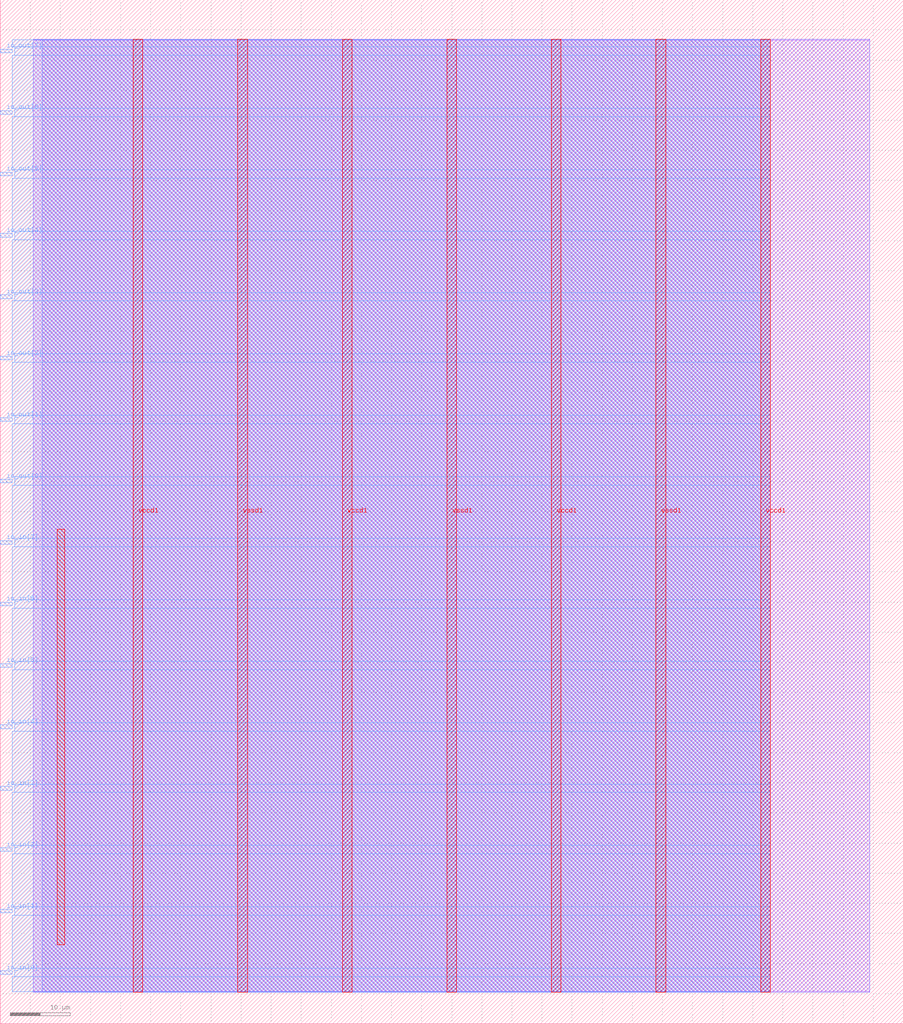
<source format=lef>
VERSION 5.7 ;
  NOWIREEXTENSIONATPIN ON ;
  DIVIDERCHAR "/" ;
  BUSBITCHARS "[]" ;
MACRO user_module_341609034095264340
  CLASS BLOCK ;
  FOREIGN user_module_341609034095264340 ;
  ORIGIN 0.000 0.000 ;
  SIZE 150.000 BY 170.000 ;
  PIN io_in[0]
    DIRECTION INPUT ;
    USE SIGNAL ;
    PORT
      LAYER met3 ;
        RECT 0.000 8.200 2.000 8.800 ;
    END
  END io_in[0]
  PIN io_in[1]
    DIRECTION INPUT ;
    USE SIGNAL ;
    PORT
      LAYER met3 ;
        RECT 0.000 18.400 2.000 19.000 ;
    END
  END io_in[1]
  PIN io_in[2]
    DIRECTION INPUT ;
    USE SIGNAL ;
    PORT
      LAYER met3 ;
        RECT 0.000 28.600 2.000 29.200 ;
    END
  END io_in[2]
  PIN io_in[3]
    DIRECTION INPUT ;
    USE SIGNAL ;
    PORT
      LAYER met3 ;
        RECT 0.000 38.800 2.000 39.400 ;
    END
  END io_in[3]
  PIN io_in[4]
    DIRECTION INPUT ;
    USE SIGNAL ;
    PORT
      LAYER met3 ;
        RECT 0.000 49.000 2.000 49.600 ;
    END
  END io_in[4]
  PIN io_in[5]
    DIRECTION INPUT ;
    USE SIGNAL ;
    PORT
      LAYER met3 ;
        RECT 0.000 59.200 2.000 59.800 ;
    END
  END io_in[5]
  PIN io_in[6]
    DIRECTION INPUT ;
    USE SIGNAL ;
    PORT
      LAYER met3 ;
        RECT 0.000 69.400 2.000 70.000 ;
    END
  END io_in[6]
  PIN io_in[7]
    DIRECTION INPUT ;
    USE SIGNAL ;
    PORT
      LAYER met3 ;
        RECT 0.000 79.600 2.000 80.200 ;
    END
  END io_in[7]
  PIN io_out[0]
    DIRECTION OUTPUT TRISTATE ;
    USE SIGNAL ;
    PORT
      LAYER met3 ;
        RECT 0.000 89.800 2.000 90.400 ;
    END
  END io_out[0]
  PIN io_out[1]
    DIRECTION OUTPUT TRISTATE ;
    USE SIGNAL ;
    PORT
      LAYER met3 ;
        RECT 0.000 100.000 2.000 100.600 ;
    END
  END io_out[1]
  PIN io_out[2]
    DIRECTION OUTPUT TRISTATE ;
    USE SIGNAL ;
    PORT
      LAYER met3 ;
        RECT 0.000 110.200 2.000 110.800 ;
    END
  END io_out[2]
  PIN io_out[3]
    DIRECTION OUTPUT TRISTATE ;
    USE SIGNAL ;
    PORT
      LAYER met3 ;
        RECT 0.000 120.400 2.000 121.000 ;
    END
  END io_out[3]
  PIN io_out[4]
    DIRECTION OUTPUT TRISTATE ;
    USE SIGNAL ;
    PORT
      LAYER met3 ;
        RECT 0.000 130.600 2.000 131.200 ;
    END
  END io_out[4]
  PIN io_out[5]
    DIRECTION OUTPUT TRISTATE ;
    USE SIGNAL ;
    PORT
      LAYER met3 ;
        RECT 0.000 140.800 2.000 141.400 ;
    END
  END io_out[5]
  PIN io_out[6]
    DIRECTION OUTPUT TRISTATE ;
    USE SIGNAL ;
    PORT
      LAYER met3 ;
        RECT 0.000 151.000 2.000 151.600 ;
    END
  END io_out[6]
  PIN io_out[7]
    DIRECTION OUTPUT TRISTATE ;
    USE SIGNAL ;
    PORT
      LAYER met3 ;
        RECT 0.000 161.200 2.000 161.800 ;
    END
  END io_out[7]
  PIN vccd1
    DIRECTION INOUT ;
    USE POWER ;
    PORT
      LAYER met4 ;
        RECT 22.090 5.200 23.690 163.440 ;
    END
    PORT
      LAYER met4 ;
        RECT 56.830 5.200 58.430 163.440 ;
    END
    PORT
      LAYER met4 ;
        RECT 91.570 5.200 93.170 163.440 ;
    END
    PORT
      LAYER met4 ;
        RECT 126.310 5.200 127.910 163.440 ;
    END
  END vccd1
  PIN vssd1
    DIRECTION INOUT ;
    USE GROUND ;
    PORT
      LAYER met4 ;
        RECT 39.460 5.200 41.060 163.440 ;
    END
    PORT
      LAYER met4 ;
        RECT 74.200 5.200 75.800 163.440 ;
    END
    PORT
      LAYER met4 ;
        RECT 108.940 5.200 110.540 163.440 ;
    END
  END vssd1
  OBS
      LAYER li1 ;
        RECT 5.520 5.355 144.440 163.285 ;
      LAYER met1 ;
        RECT 5.520 5.200 144.440 163.440 ;
      LAYER met2 ;
        RECT 6.990 5.255 127.880 163.385 ;
      LAYER met3 ;
        RECT 2.000 162.200 127.900 163.365 ;
        RECT 2.400 160.800 127.900 162.200 ;
        RECT 2.000 152.000 127.900 160.800 ;
        RECT 2.400 150.600 127.900 152.000 ;
        RECT 2.000 141.800 127.900 150.600 ;
        RECT 2.400 140.400 127.900 141.800 ;
        RECT 2.000 131.600 127.900 140.400 ;
        RECT 2.400 130.200 127.900 131.600 ;
        RECT 2.000 121.400 127.900 130.200 ;
        RECT 2.400 120.000 127.900 121.400 ;
        RECT 2.000 111.200 127.900 120.000 ;
        RECT 2.400 109.800 127.900 111.200 ;
        RECT 2.000 101.000 127.900 109.800 ;
        RECT 2.400 99.600 127.900 101.000 ;
        RECT 2.000 90.800 127.900 99.600 ;
        RECT 2.400 89.400 127.900 90.800 ;
        RECT 2.000 80.600 127.900 89.400 ;
        RECT 2.400 79.200 127.900 80.600 ;
        RECT 2.000 70.400 127.900 79.200 ;
        RECT 2.400 69.000 127.900 70.400 ;
        RECT 2.000 60.200 127.900 69.000 ;
        RECT 2.400 58.800 127.900 60.200 ;
        RECT 2.000 50.000 127.900 58.800 ;
        RECT 2.400 48.600 127.900 50.000 ;
        RECT 2.000 39.800 127.900 48.600 ;
        RECT 2.400 38.400 127.900 39.800 ;
        RECT 2.000 29.600 127.900 38.400 ;
        RECT 2.400 28.200 127.900 29.600 ;
        RECT 2.000 19.400 127.900 28.200 ;
        RECT 2.400 18.000 127.900 19.400 ;
        RECT 2.000 9.200 127.900 18.000 ;
        RECT 2.400 7.800 127.900 9.200 ;
        RECT 2.000 5.275 127.900 7.800 ;
      LAYER met4 ;
        RECT 9.495 13.095 10.745 82.105 ;
  END
END user_module_341609034095264340
END LIBRARY


</source>
